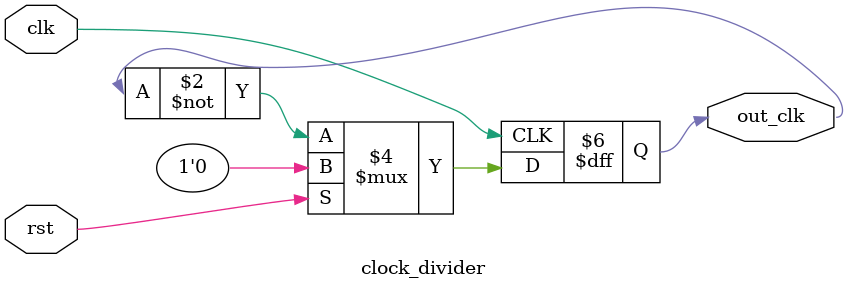
<source format=v>
module clock_divider ( clk ,rst,out_clk );
output reg out_clk;
input clk ;
input rst;
always @(posedge clk)
begin
if (rst)
     out_clk <= 1'b0;
else
     out_clk <= ~out_clk;	
end
endmodule
</source>
